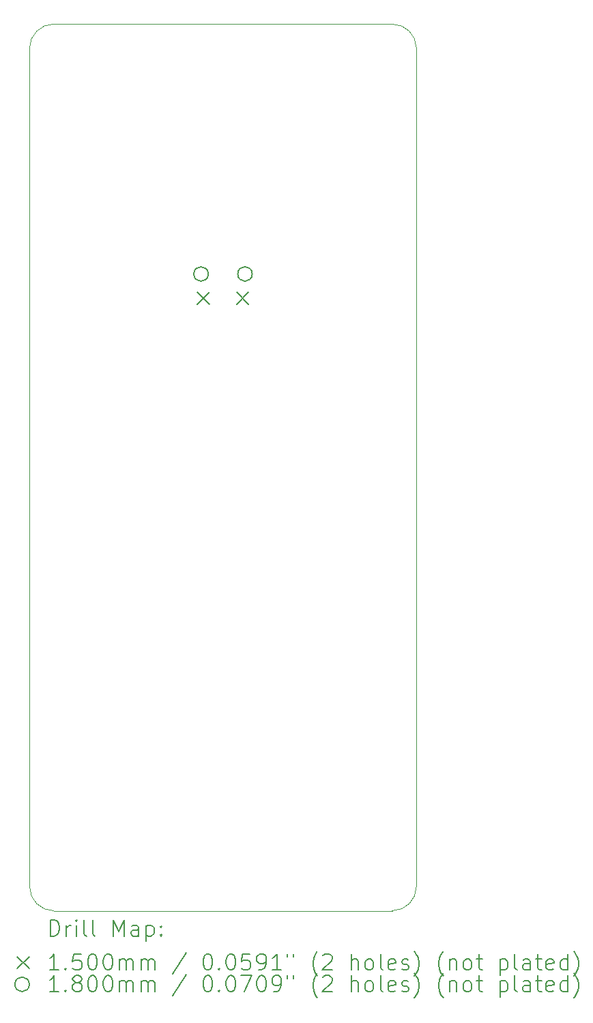
<source format=gbr>
%TF.GenerationSoftware,KiCad,Pcbnew,8.0.6*%
%TF.CreationDate,2024-12-18T16:54:21-05:00*%
%TF.ProjectId,hexapod,68657861-706f-4642-9e6b-696361645f70,rev?*%
%TF.SameCoordinates,Original*%
%TF.FileFunction,Drillmap*%
%TF.FilePolarity,Positive*%
%FSLAX45Y45*%
G04 Gerber Fmt 4.5, Leading zero omitted, Abs format (unit mm)*
G04 Created by KiCad (PCBNEW 8.0.6) date 2024-12-18 16:54:21*
%MOMM*%
%LPD*%
G01*
G04 APERTURE LIST*
%ADD10C,0.050000*%
%ADD11C,0.200000*%
%ADD12C,0.150000*%
%ADD13C,0.180000*%
G04 APERTURE END LIST*
D10*
X12400000Y-15200000D02*
G75*
G02*
X12100000Y-15500000I-300000J0D01*
G01*
X7900000Y-4500000D02*
X12100000Y-4500000D01*
X12400000Y-4800000D02*
X12400000Y-15200000D01*
X12100000Y-4500000D02*
G75*
G02*
X12400000Y-4800000I0J-300000D01*
G01*
X7900000Y-15500000D02*
G75*
G02*
X7600000Y-15200000I0J300000D01*
G01*
X7600000Y-4800000D02*
G75*
G02*
X7900000Y-4500000I300000J0D01*
G01*
X7600000Y-15200000D02*
X7600000Y-4800000D01*
X12100000Y-15500000D02*
X7900000Y-15500000D01*
D11*
D12*
X9682500Y-7828000D02*
X9832500Y-7978000D01*
X9832500Y-7828000D02*
X9682500Y-7978000D01*
X10167500Y-7828000D02*
X10317500Y-7978000D01*
X10317500Y-7828000D02*
X10167500Y-7978000D01*
D13*
X9817500Y-7600000D02*
G75*
G02*
X9637500Y-7600000I-90000J0D01*
G01*
X9637500Y-7600000D02*
G75*
G02*
X9817500Y-7600000I90000J0D01*
G01*
X10362500Y-7600000D02*
G75*
G02*
X10182500Y-7600000I-90000J0D01*
G01*
X10182500Y-7600000D02*
G75*
G02*
X10362500Y-7600000I90000J0D01*
G01*
D11*
X7858277Y-15813984D02*
X7858277Y-15613984D01*
X7858277Y-15613984D02*
X7905896Y-15613984D01*
X7905896Y-15613984D02*
X7934467Y-15623508D01*
X7934467Y-15623508D02*
X7953515Y-15642555D01*
X7953515Y-15642555D02*
X7963039Y-15661603D01*
X7963039Y-15661603D02*
X7972562Y-15699698D01*
X7972562Y-15699698D02*
X7972562Y-15728269D01*
X7972562Y-15728269D02*
X7963039Y-15766365D01*
X7963039Y-15766365D02*
X7953515Y-15785412D01*
X7953515Y-15785412D02*
X7934467Y-15804460D01*
X7934467Y-15804460D02*
X7905896Y-15813984D01*
X7905896Y-15813984D02*
X7858277Y-15813984D01*
X8058277Y-15813984D02*
X8058277Y-15680650D01*
X8058277Y-15718746D02*
X8067801Y-15699698D01*
X8067801Y-15699698D02*
X8077324Y-15690174D01*
X8077324Y-15690174D02*
X8096372Y-15680650D01*
X8096372Y-15680650D02*
X8115420Y-15680650D01*
X8182086Y-15813984D02*
X8182086Y-15680650D01*
X8182086Y-15613984D02*
X8172562Y-15623508D01*
X8172562Y-15623508D02*
X8182086Y-15633031D01*
X8182086Y-15633031D02*
X8191610Y-15623508D01*
X8191610Y-15623508D02*
X8182086Y-15613984D01*
X8182086Y-15613984D02*
X8182086Y-15633031D01*
X8305896Y-15813984D02*
X8286848Y-15804460D01*
X8286848Y-15804460D02*
X8277324Y-15785412D01*
X8277324Y-15785412D02*
X8277324Y-15613984D01*
X8410658Y-15813984D02*
X8391610Y-15804460D01*
X8391610Y-15804460D02*
X8382086Y-15785412D01*
X8382086Y-15785412D02*
X8382086Y-15613984D01*
X8639229Y-15813984D02*
X8639229Y-15613984D01*
X8639229Y-15613984D02*
X8705896Y-15756841D01*
X8705896Y-15756841D02*
X8772563Y-15613984D01*
X8772563Y-15613984D02*
X8772563Y-15813984D01*
X8953515Y-15813984D02*
X8953515Y-15709222D01*
X8953515Y-15709222D02*
X8943991Y-15690174D01*
X8943991Y-15690174D02*
X8924944Y-15680650D01*
X8924944Y-15680650D02*
X8886848Y-15680650D01*
X8886848Y-15680650D02*
X8867801Y-15690174D01*
X8953515Y-15804460D02*
X8934467Y-15813984D01*
X8934467Y-15813984D02*
X8886848Y-15813984D01*
X8886848Y-15813984D02*
X8867801Y-15804460D01*
X8867801Y-15804460D02*
X8858277Y-15785412D01*
X8858277Y-15785412D02*
X8858277Y-15766365D01*
X8858277Y-15766365D02*
X8867801Y-15747317D01*
X8867801Y-15747317D02*
X8886848Y-15737793D01*
X8886848Y-15737793D02*
X8934467Y-15737793D01*
X8934467Y-15737793D02*
X8953515Y-15728269D01*
X9048753Y-15680650D02*
X9048753Y-15880650D01*
X9048753Y-15690174D02*
X9067801Y-15680650D01*
X9067801Y-15680650D02*
X9105896Y-15680650D01*
X9105896Y-15680650D02*
X9124944Y-15690174D01*
X9124944Y-15690174D02*
X9134467Y-15699698D01*
X9134467Y-15699698D02*
X9143991Y-15718746D01*
X9143991Y-15718746D02*
X9143991Y-15775888D01*
X9143991Y-15775888D02*
X9134467Y-15794936D01*
X9134467Y-15794936D02*
X9124944Y-15804460D01*
X9124944Y-15804460D02*
X9105896Y-15813984D01*
X9105896Y-15813984D02*
X9067801Y-15813984D01*
X9067801Y-15813984D02*
X9048753Y-15804460D01*
X9229705Y-15794936D02*
X9239229Y-15804460D01*
X9239229Y-15804460D02*
X9229705Y-15813984D01*
X9229705Y-15813984D02*
X9220182Y-15804460D01*
X9220182Y-15804460D02*
X9229705Y-15794936D01*
X9229705Y-15794936D02*
X9229705Y-15813984D01*
X9229705Y-15690174D02*
X9239229Y-15699698D01*
X9239229Y-15699698D02*
X9229705Y-15709222D01*
X9229705Y-15709222D02*
X9220182Y-15699698D01*
X9220182Y-15699698D02*
X9229705Y-15690174D01*
X9229705Y-15690174D02*
X9229705Y-15709222D01*
D12*
X7447500Y-16067500D02*
X7597500Y-16217500D01*
X7597500Y-16067500D02*
X7447500Y-16217500D01*
D11*
X7963039Y-16233984D02*
X7848753Y-16233984D01*
X7905896Y-16233984D02*
X7905896Y-16033984D01*
X7905896Y-16033984D02*
X7886848Y-16062555D01*
X7886848Y-16062555D02*
X7867801Y-16081603D01*
X7867801Y-16081603D02*
X7848753Y-16091127D01*
X8048753Y-16214936D02*
X8058277Y-16224460D01*
X8058277Y-16224460D02*
X8048753Y-16233984D01*
X8048753Y-16233984D02*
X8039229Y-16224460D01*
X8039229Y-16224460D02*
X8048753Y-16214936D01*
X8048753Y-16214936D02*
X8048753Y-16233984D01*
X8239229Y-16033984D02*
X8143991Y-16033984D01*
X8143991Y-16033984D02*
X8134467Y-16129222D01*
X8134467Y-16129222D02*
X8143991Y-16119698D01*
X8143991Y-16119698D02*
X8163039Y-16110174D01*
X8163039Y-16110174D02*
X8210658Y-16110174D01*
X8210658Y-16110174D02*
X8229705Y-16119698D01*
X8229705Y-16119698D02*
X8239229Y-16129222D01*
X8239229Y-16129222D02*
X8248753Y-16148269D01*
X8248753Y-16148269D02*
X8248753Y-16195888D01*
X8248753Y-16195888D02*
X8239229Y-16214936D01*
X8239229Y-16214936D02*
X8229705Y-16224460D01*
X8229705Y-16224460D02*
X8210658Y-16233984D01*
X8210658Y-16233984D02*
X8163039Y-16233984D01*
X8163039Y-16233984D02*
X8143991Y-16224460D01*
X8143991Y-16224460D02*
X8134467Y-16214936D01*
X8372562Y-16033984D02*
X8391610Y-16033984D01*
X8391610Y-16033984D02*
X8410658Y-16043508D01*
X8410658Y-16043508D02*
X8420182Y-16053031D01*
X8420182Y-16053031D02*
X8429705Y-16072079D01*
X8429705Y-16072079D02*
X8439229Y-16110174D01*
X8439229Y-16110174D02*
X8439229Y-16157793D01*
X8439229Y-16157793D02*
X8429705Y-16195888D01*
X8429705Y-16195888D02*
X8420182Y-16214936D01*
X8420182Y-16214936D02*
X8410658Y-16224460D01*
X8410658Y-16224460D02*
X8391610Y-16233984D01*
X8391610Y-16233984D02*
X8372562Y-16233984D01*
X8372562Y-16233984D02*
X8353515Y-16224460D01*
X8353515Y-16224460D02*
X8343991Y-16214936D01*
X8343991Y-16214936D02*
X8334467Y-16195888D01*
X8334467Y-16195888D02*
X8324943Y-16157793D01*
X8324943Y-16157793D02*
X8324943Y-16110174D01*
X8324943Y-16110174D02*
X8334467Y-16072079D01*
X8334467Y-16072079D02*
X8343991Y-16053031D01*
X8343991Y-16053031D02*
X8353515Y-16043508D01*
X8353515Y-16043508D02*
X8372562Y-16033984D01*
X8563039Y-16033984D02*
X8582086Y-16033984D01*
X8582086Y-16033984D02*
X8601134Y-16043508D01*
X8601134Y-16043508D02*
X8610658Y-16053031D01*
X8610658Y-16053031D02*
X8620182Y-16072079D01*
X8620182Y-16072079D02*
X8629705Y-16110174D01*
X8629705Y-16110174D02*
X8629705Y-16157793D01*
X8629705Y-16157793D02*
X8620182Y-16195888D01*
X8620182Y-16195888D02*
X8610658Y-16214936D01*
X8610658Y-16214936D02*
X8601134Y-16224460D01*
X8601134Y-16224460D02*
X8582086Y-16233984D01*
X8582086Y-16233984D02*
X8563039Y-16233984D01*
X8563039Y-16233984D02*
X8543991Y-16224460D01*
X8543991Y-16224460D02*
X8534467Y-16214936D01*
X8534467Y-16214936D02*
X8524944Y-16195888D01*
X8524944Y-16195888D02*
X8515420Y-16157793D01*
X8515420Y-16157793D02*
X8515420Y-16110174D01*
X8515420Y-16110174D02*
X8524944Y-16072079D01*
X8524944Y-16072079D02*
X8534467Y-16053031D01*
X8534467Y-16053031D02*
X8543991Y-16043508D01*
X8543991Y-16043508D02*
X8563039Y-16033984D01*
X8715420Y-16233984D02*
X8715420Y-16100650D01*
X8715420Y-16119698D02*
X8724944Y-16110174D01*
X8724944Y-16110174D02*
X8743991Y-16100650D01*
X8743991Y-16100650D02*
X8772563Y-16100650D01*
X8772563Y-16100650D02*
X8791610Y-16110174D01*
X8791610Y-16110174D02*
X8801134Y-16129222D01*
X8801134Y-16129222D02*
X8801134Y-16233984D01*
X8801134Y-16129222D02*
X8810658Y-16110174D01*
X8810658Y-16110174D02*
X8829705Y-16100650D01*
X8829705Y-16100650D02*
X8858277Y-16100650D01*
X8858277Y-16100650D02*
X8877325Y-16110174D01*
X8877325Y-16110174D02*
X8886848Y-16129222D01*
X8886848Y-16129222D02*
X8886848Y-16233984D01*
X8982086Y-16233984D02*
X8982086Y-16100650D01*
X8982086Y-16119698D02*
X8991610Y-16110174D01*
X8991610Y-16110174D02*
X9010658Y-16100650D01*
X9010658Y-16100650D02*
X9039229Y-16100650D01*
X9039229Y-16100650D02*
X9058277Y-16110174D01*
X9058277Y-16110174D02*
X9067801Y-16129222D01*
X9067801Y-16129222D02*
X9067801Y-16233984D01*
X9067801Y-16129222D02*
X9077325Y-16110174D01*
X9077325Y-16110174D02*
X9096372Y-16100650D01*
X9096372Y-16100650D02*
X9124944Y-16100650D01*
X9124944Y-16100650D02*
X9143991Y-16110174D01*
X9143991Y-16110174D02*
X9153515Y-16129222D01*
X9153515Y-16129222D02*
X9153515Y-16233984D01*
X9543991Y-16024460D02*
X9372563Y-16281603D01*
X9801134Y-16033984D02*
X9820182Y-16033984D01*
X9820182Y-16033984D02*
X9839229Y-16043508D01*
X9839229Y-16043508D02*
X9848753Y-16053031D01*
X9848753Y-16053031D02*
X9858277Y-16072079D01*
X9858277Y-16072079D02*
X9867801Y-16110174D01*
X9867801Y-16110174D02*
X9867801Y-16157793D01*
X9867801Y-16157793D02*
X9858277Y-16195888D01*
X9858277Y-16195888D02*
X9848753Y-16214936D01*
X9848753Y-16214936D02*
X9839229Y-16224460D01*
X9839229Y-16224460D02*
X9820182Y-16233984D01*
X9820182Y-16233984D02*
X9801134Y-16233984D01*
X9801134Y-16233984D02*
X9782087Y-16224460D01*
X9782087Y-16224460D02*
X9772563Y-16214936D01*
X9772563Y-16214936D02*
X9763039Y-16195888D01*
X9763039Y-16195888D02*
X9753515Y-16157793D01*
X9753515Y-16157793D02*
X9753515Y-16110174D01*
X9753515Y-16110174D02*
X9763039Y-16072079D01*
X9763039Y-16072079D02*
X9772563Y-16053031D01*
X9772563Y-16053031D02*
X9782087Y-16043508D01*
X9782087Y-16043508D02*
X9801134Y-16033984D01*
X9953515Y-16214936D02*
X9963039Y-16224460D01*
X9963039Y-16224460D02*
X9953515Y-16233984D01*
X9953515Y-16233984D02*
X9943991Y-16224460D01*
X9943991Y-16224460D02*
X9953515Y-16214936D01*
X9953515Y-16214936D02*
X9953515Y-16233984D01*
X10086848Y-16033984D02*
X10105896Y-16033984D01*
X10105896Y-16033984D02*
X10124944Y-16043508D01*
X10124944Y-16043508D02*
X10134468Y-16053031D01*
X10134468Y-16053031D02*
X10143991Y-16072079D01*
X10143991Y-16072079D02*
X10153515Y-16110174D01*
X10153515Y-16110174D02*
X10153515Y-16157793D01*
X10153515Y-16157793D02*
X10143991Y-16195888D01*
X10143991Y-16195888D02*
X10134468Y-16214936D01*
X10134468Y-16214936D02*
X10124944Y-16224460D01*
X10124944Y-16224460D02*
X10105896Y-16233984D01*
X10105896Y-16233984D02*
X10086848Y-16233984D01*
X10086848Y-16233984D02*
X10067801Y-16224460D01*
X10067801Y-16224460D02*
X10058277Y-16214936D01*
X10058277Y-16214936D02*
X10048753Y-16195888D01*
X10048753Y-16195888D02*
X10039229Y-16157793D01*
X10039229Y-16157793D02*
X10039229Y-16110174D01*
X10039229Y-16110174D02*
X10048753Y-16072079D01*
X10048753Y-16072079D02*
X10058277Y-16053031D01*
X10058277Y-16053031D02*
X10067801Y-16043508D01*
X10067801Y-16043508D02*
X10086848Y-16033984D01*
X10334468Y-16033984D02*
X10239229Y-16033984D01*
X10239229Y-16033984D02*
X10229706Y-16129222D01*
X10229706Y-16129222D02*
X10239229Y-16119698D01*
X10239229Y-16119698D02*
X10258277Y-16110174D01*
X10258277Y-16110174D02*
X10305896Y-16110174D01*
X10305896Y-16110174D02*
X10324944Y-16119698D01*
X10324944Y-16119698D02*
X10334468Y-16129222D01*
X10334468Y-16129222D02*
X10343991Y-16148269D01*
X10343991Y-16148269D02*
X10343991Y-16195888D01*
X10343991Y-16195888D02*
X10334468Y-16214936D01*
X10334468Y-16214936D02*
X10324944Y-16224460D01*
X10324944Y-16224460D02*
X10305896Y-16233984D01*
X10305896Y-16233984D02*
X10258277Y-16233984D01*
X10258277Y-16233984D02*
X10239229Y-16224460D01*
X10239229Y-16224460D02*
X10229706Y-16214936D01*
X10439229Y-16233984D02*
X10477325Y-16233984D01*
X10477325Y-16233984D02*
X10496372Y-16224460D01*
X10496372Y-16224460D02*
X10505896Y-16214936D01*
X10505896Y-16214936D02*
X10524944Y-16186365D01*
X10524944Y-16186365D02*
X10534468Y-16148269D01*
X10534468Y-16148269D02*
X10534468Y-16072079D01*
X10534468Y-16072079D02*
X10524944Y-16053031D01*
X10524944Y-16053031D02*
X10515420Y-16043508D01*
X10515420Y-16043508D02*
X10496372Y-16033984D01*
X10496372Y-16033984D02*
X10458277Y-16033984D01*
X10458277Y-16033984D02*
X10439229Y-16043508D01*
X10439229Y-16043508D02*
X10429706Y-16053031D01*
X10429706Y-16053031D02*
X10420182Y-16072079D01*
X10420182Y-16072079D02*
X10420182Y-16119698D01*
X10420182Y-16119698D02*
X10429706Y-16138746D01*
X10429706Y-16138746D02*
X10439229Y-16148269D01*
X10439229Y-16148269D02*
X10458277Y-16157793D01*
X10458277Y-16157793D02*
X10496372Y-16157793D01*
X10496372Y-16157793D02*
X10515420Y-16148269D01*
X10515420Y-16148269D02*
X10524944Y-16138746D01*
X10524944Y-16138746D02*
X10534468Y-16119698D01*
X10724944Y-16233984D02*
X10610658Y-16233984D01*
X10667801Y-16233984D02*
X10667801Y-16033984D01*
X10667801Y-16033984D02*
X10648753Y-16062555D01*
X10648753Y-16062555D02*
X10629706Y-16081603D01*
X10629706Y-16081603D02*
X10610658Y-16091127D01*
X10801134Y-16033984D02*
X10801134Y-16072079D01*
X10877325Y-16033984D02*
X10877325Y-16072079D01*
X11172563Y-16310174D02*
X11163039Y-16300650D01*
X11163039Y-16300650D02*
X11143991Y-16272079D01*
X11143991Y-16272079D02*
X11134468Y-16253031D01*
X11134468Y-16253031D02*
X11124944Y-16224460D01*
X11124944Y-16224460D02*
X11115420Y-16176841D01*
X11115420Y-16176841D02*
X11115420Y-16138746D01*
X11115420Y-16138746D02*
X11124944Y-16091127D01*
X11124944Y-16091127D02*
X11134468Y-16062555D01*
X11134468Y-16062555D02*
X11143991Y-16043508D01*
X11143991Y-16043508D02*
X11163039Y-16014936D01*
X11163039Y-16014936D02*
X11172563Y-16005412D01*
X11239229Y-16053031D02*
X11248753Y-16043508D01*
X11248753Y-16043508D02*
X11267801Y-16033984D01*
X11267801Y-16033984D02*
X11315420Y-16033984D01*
X11315420Y-16033984D02*
X11334468Y-16043508D01*
X11334468Y-16043508D02*
X11343991Y-16053031D01*
X11343991Y-16053031D02*
X11353515Y-16072079D01*
X11353515Y-16072079D02*
X11353515Y-16091127D01*
X11353515Y-16091127D02*
X11343991Y-16119698D01*
X11343991Y-16119698D02*
X11229706Y-16233984D01*
X11229706Y-16233984D02*
X11353515Y-16233984D01*
X11591610Y-16233984D02*
X11591610Y-16033984D01*
X11677325Y-16233984D02*
X11677325Y-16129222D01*
X11677325Y-16129222D02*
X11667801Y-16110174D01*
X11667801Y-16110174D02*
X11648753Y-16100650D01*
X11648753Y-16100650D02*
X11620182Y-16100650D01*
X11620182Y-16100650D02*
X11601134Y-16110174D01*
X11601134Y-16110174D02*
X11591610Y-16119698D01*
X11801134Y-16233984D02*
X11782087Y-16224460D01*
X11782087Y-16224460D02*
X11772563Y-16214936D01*
X11772563Y-16214936D02*
X11763039Y-16195888D01*
X11763039Y-16195888D02*
X11763039Y-16138746D01*
X11763039Y-16138746D02*
X11772563Y-16119698D01*
X11772563Y-16119698D02*
X11782087Y-16110174D01*
X11782087Y-16110174D02*
X11801134Y-16100650D01*
X11801134Y-16100650D02*
X11829706Y-16100650D01*
X11829706Y-16100650D02*
X11848753Y-16110174D01*
X11848753Y-16110174D02*
X11858277Y-16119698D01*
X11858277Y-16119698D02*
X11867801Y-16138746D01*
X11867801Y-16138746D02*
X11867801Y-16195888D01*
X11867801Y-16195888D02*
X11858277Y-16214936D01*
X11858277Y-16214936D02*
X11848753Y-16224460D01*
X11848753Y-16224460D02*
X11829706Y-16233984D01*
X11829706Y-16233984D02*
X11801134Y-16233984D01*
X11982087Y-16233984D02*
X11963039Y-16224460D01*
X11963039Y-16224460D02*
X11953515Y-16205412D01*
X11953515Y-16205412D02*
X11953515Y-16033984D01*
X12134468Y-16224460D02*
X12115420Y-16233984D01*
X12115420Y-16233984D02*
X12077325Y-16233984D01*
X12077325Y-16233984D02*
X12058277Y-16224460D01*
X12058277Y-16224460D02*
X12048753Y-16205412D01*
X12048753Y-16205412D02*
X12048753Y-16129222D01*
X12048753Y-16129222D02*
X12058277Y-16110174D01*
X12058277Y-16110174D02*
X12077325Y-16100650D01*
X12077325Y-16100650D02*
X12115420Y-16100650D01*
X12115420Y-16100650D02*
X12134468Y-16110174D01*
X12134468Y-16110174D02*
X12143991Y-16129222D01*
X12143991Y-16129222D02*
X12143991Y-16148269D01*
X12143991Y-16148269D02*
X12048753Y-16167317D01*
X12220182Y-16224460D02*
X12239230Y-16233984D01*
X12239230Y-16233984D02*
X12277325Y-16233984D01*
X12277325Y-16233984D02*
X12296372Y-16224460D01*
X12296372Y-16224460D02*
X12305896Y-16205412D01*
X12305896Y-16205412D02*
X12305896Y-16195888D01*
X12305896Y-16195888D02*
X12296372Y-16176841D01*
X12296372Y-16176841D02*
X12277325Y-16167317D01*
X12277325Y-16167317D02*
X12248753Y-16167317D01*
X12248753Y-16167317D02*
X12229706Y-16157793D01*
X12229706Y-16157793D02*
X12220182Y-16138746D01*
X12220182Y-16138746D02*
X12220182Y-16129222D01*
X12220182Y-16129222D02*
X12229706Y-16110174D01*
X12229706Y-16110174D02*
X12248753Y-16100650D01*
X12248753Y-16100650D02*
X12277325Y-16100650D01*
X12277325Y-16100650D02*
X12296372Y-16110174D01*
X12372563Y-16310174D02*
X12382087Y-16300650D01*
X12382087Y-16300650D02*
X12401134Y-16272079D01*
X12401134Y-16272079D02*
X12410658Y-16253031D01*
X12410658Y-16253031D02*
X12420182Y-16224460D01*
X12420182Y-16224460D02*
X12429706Y-16176841D01*
X12429706Y-16176841D02*
X12429706Y-16138746D01*
X12429706Y-16138746D02*
X12420182Y-16091127D01*
X12420182Y-16091127D02*
X12410658Y-16062555D01*
X12410658Y-16062555D02*
X12401134Y-16043508D01*
X12401134Y-16043508D02*
X12382087Y-16014936D01*
X12382087Y-16014936D02*
X12372563Y-16005412D01*
X12734468Y-16310174D02*
X12724944Y-16300650D01*
X12724944Y-16300650D02*
X12705896Y-16272079D01*
X12705896Y-16272079D02*
X12696372Y-16253031D01*
X12696372Y-16253031D02*
X12686849Y-16224460D01*
X12686849Y-16224460D02*
X12677325Y-16176841D01*
X12677325Y-16176841D02*
X12677325Y-16138746D01*
X12677325Y-16138746D02*
X12686849Y-16091127D01*
X12686849Y-16091127D02*
X12696372Y-16062555D01*
X12696372Y-16062555D02*
X12705896Y-16043508D01*
X12705896Y-16043508D02*
X12724944Y-16014936D01*
X12724944Y-16014936D02*
X12734468Y-16005412D01*
X12810658Y-16100650D02*
X12810658Y-16233984D01*
X12810658Y-16119698D02*
X12820182Y-16110174D01*
X12820182Y-16110174D02*
X12839230Y-16100650D01*
X12839230Y-16100650D02*
X12867801Y-16100650D01*
X12867801Y-16100650D02*
X12886849Y-16110174D01*
X12886849Y-16110174D02*
X12896372Y-16129222D01*
X12896372Y-16129222D02*
X12896372Y-16233984D01*
X13020182Y-16233984D02*
X13001134Y-16224460D01*
X13001134Y-16224460D02*
X12991611Y-16214936D01*
X12991611Y-16214936D02*
X12982087Y-16195888D01*
X12982087Y-16195888D02*
X12982087Y-16138746D01*
X12982087Y-16138746D02*
X12991611Y-16119698D01*
X12991611Y-16119698D02*
X13001134Y-16110174D01*
X13001134Y-16110174D02*
X13020182Y-16100650D01*
X13020182Y-16100650D02*
X13048753Y-16100650D01*
X13048753Y-16100650D02*
X13067801Y-16110174D01*
X13067801Y-16110174D02*
X13077325Y-16119698D01*
X13077325Y-16119698D02*
X13086849Y-16138746D01*
X13086849Y-16138746D02*
X13086849Y-16195888D01*
X13086849Y-16195888D02*
X13077325Y-16214936D01*
X13077325Y-16214936D02*
X13067801Y-16224460D01*
X13067801Y-16224460D02*
X13048753Y-16233984D01*
X13048753Y-16233984D02*
X13020182Y-16233984D01*
X13143992Y-16100650D02*
X13220182Y-16100650D01*
X13172563Y-16033984D02*
X13172563Y-16205412D01*
X13172563Y-16205412D02*
X13182087Y-16224460D01*
X13182087Y-16224460D02*
X13201134Y-16233984D01*
X13201134Y-16233984D02*
X13220182Y-16233984D01*
X13439230Y-16100650D02*
X13439230Y-16300650D01*
X13439230Y-16110174D02*
X13458277Y-16100650D01*
X13458277Y-16100650D02*
X13496373Y-16100650D01*
X13496373Y-16100650D02*
X13515420Y-16110174D01*
X13515420Y-16110174D02*
X13524944Y-16119698D01*
X13524944Y-16119698D02*
X13534468Y-16138746D01*
X13534468Y-16138746D02*
X13534468Y-16195888D01*
X13534468Y-16195888D02*
X13524944Y-16214936D01*
X13524944Y-16214936D02*
X13515420Y-16224460D01*
X13515420Y-16224460D02*
X13496373Y-16233984D01*
X13496373Y-16233984D02*
X13458277Y-16233984D01*
X13458277Y-16233984D02*
X13439230Y-16224460D01*
X13648753Y-16233984D02*
X13629706Y-16224460D01*
X13629706Y-16224460D02*
X13620182Y-16205412D01*
X13620182Y-16205412D02*
X13620182Y-16033984D01*
X13810658Y-16233984D02*
X13810658Y-16129222D01*
X13810658Y-16129222D02*
X13801134Y-16110174D01*
X13801134Y-16110174D02*
X13782087Y-16100650D01*
X13782087Y-16100650D02*
X13743992Y-16100650D01*
X13743992Y-16100650D02*
X13724944Y-16110174D01*
X13810658Y-16224460D02*
X13791611Y-16233984D01*
X13791611Y-16233984D02*
X13743992Y-16233984D01*
X13743992Y-16233984D02*
X13724944Y-16224460D01*
X13724944Y-16224460D02*
X13715420Y-16205412D01*
X13715420Y-16205412D02*
X13715420Y-16186365D01*
X13715420Y-16186365D02*
X13724944Y-16167317D01*
X13724944Y-16167317D02*
X13743992Y-16157793D01*
X13743992Y-16157793D02*
X13791611Y-16157793D01*
X13791611Y-16157793D02*
X13810658Y-16148269D01*
X13877325Y-16100650D02*
X13953515Y-16100650D01*
X13905896Y-16033984D02*
X13905896Y-16205412D01*
X13905896Y-16205412D02*
X13915420Y-16224460D01*
X13915420Y-16224460D02*
X13934468Y-16233984D01*
X13934468Y-16233984D02*
X13953515Y-16233984D01*
X14096373Y-16224460D02*
X14077325Y-16233984D01*
X14077325Y-16233984D02*
X14039230Y-16233984D01*
X14039230Y-16233984D02*
X14020182Y-16224460D01*
X14020182Y-16224460D02*
X14010658Y-16205412D01*
X14010658Y-16205412D02*
X14010658Y-16129222D01*
X14010658Y-16129222D02*
X14020182Y-16110174D01*
X14020182Y-16110174D02*
X14039230Y-16100650D01*
X14039230Y-16100650D02*
X14077325Y-16100650D01*
X14077325Y-16100650D02*
X14096373Y-16110174D01*
X14096373Y-16110174D02*
X14105896Y-16129222D01*
X14105896Y-16129222D02*
X14105896Y-16148269D01*
X14105896Y-16148269D02*
X14010658Y-16167317D01*
X14277325Y-16233984D02*
X14277325Y-16033984D01*
X14277325Y-16224460D02*
X14258277Y-16233984D01*
X14258277Y-16233984D02*
X14220182Y-16233984D01*
X14220182Y-16233984D02*
X14201134Y-16224460D01*
X14201134Y-16224460D02*
X14191611Y-16214936D01*
X14191611Y-16214936D02*
X14182087Y-16195888D01*
X14182087Y-16195888D02*
X14182087Y-16138746D01*
X14182087Y-16138746D02*
X14191611Y-16119698D01*
X14191611Y-16119698D02*
X14201134Y-16110174D01*
X14201134Y-16110174D02*
X14220182Y-16100650D01*
X14220182Y-16100650D02*
X14258277Y-16100650D01*
X14258277Y-16100650D02*
X14277325Y-16110174D01*
X14353515Y-16310174D02*
X14363039Y-16300650D01*
X14363039Y-16300650D02*
X14382087Y-16272079D01*
X14382087Y-16272079D02*
X14391611Y-16253031D01*
X14391611Y-16253031D02*
X14401134Y-16224460D01*
X14401134Y-16224460D02*
X14410658Y-16176841D01*
X14410658Y-16176841D02*
X14410658Y-16138746D01*
X14410658Y-16138746D02*
X14401134Y-16091127D01*
X14401134Y-16091127D02*
X14391611Y-16062555D01*
X14391611Y-16062555D02*
X14382087Y-16043508D01*
X14382087Y-16043508D02*
X14363039Y-16014936D01*
X14363039Y-16014936D02*
X14353515Y-16005412D01*
D13*
X7597500Y-16412500D02*
G75*
G02*
X7417500Y-16412500I-90000J0D01*
G01*
X7417500Y-16412500D02*
G75*
G02*
X7597500Y-16412500I90000J0D01*
G01*
D11*
X7963039Y-16503984D02*
X7848753Y-16503984D01*
X7905896Y-16503984D02*
X7905896Y-16303984D01*
X7905896Y-16303984D02*
X7886848Y-16332555D01*
X7886848Y-16332555D02*
X7867801Y-16351603D01*
X7867801Y-16351603D02*
X7848753Y-16361127D01*
X8048753Y-16484936D02*
X8058277Y-16494460D01*
X8058277Y-16494460D02*
X8048753Y-16503984D01*
X8048753Y-16503984D02*
X8039229Y-16494460D01*
X8039229Y-16494460D02*
X8048753Y-16484936D01*
X8048753Y-16484936D02*
X8048753Y-16503984D01*
X8172562Y-16389698D02*
X8153515Y-16380174D01*
X8153515Y-16380174D02*
X8143991Y-16370650D01*
X8143991Y-16370650D02*
X8134467Y-16351603D01*
X8134467Y-16351603D02*
X8134467Y-16342079D01*
X8134467Y-16342079D02*
X8143991Y-16323031D01*
X8143991Y-16323031D02*
X8153515Y-16313508D01*
X8153515Y-16313508D02*
X8172562Y-16303984D01*
X8172562Y-16303984D02*
X8210658Y-16303984D01*
X8210658Y-16303984D02*
X8229705Y-16313508D01*
X8229705Y-16313508D02*
X8239229Y-16323031D01*
X8239229Y-16323031D02*
X8248753Y-16342079D01*
X8248753Y-16342079D02*
X8248753Y-16351603D01*
X8248753Y-16351603D02*
X8239229Y-16370650D01*
X8239229Y-16370650D02*
X8229705Y-16380174D01*
X8229705Y-16380174D02*
X8210658Y-16389698D01*
X8210658Y-16389698D02*
X8172562Y-16389698D01*
X8172562Y-16389698D02*
X8153515Y-16399222D01*
X8153515Y-16399222D02*
X8143991Y-16408746D01*
X8143991Y-16408746D02*
X8134467Y-16427793D01*
X8134467Y-16427793D02*
X8134467Y-16465888D01*
X8134467Y-16465888D02*
X8143991Y-16484936D01*
X8143991Y-16484936D02*
X8153515Y-16494460D01*
X8153515Y-16494460D02*
X8172562Y-16503984D01*
X8172562Y-16503984D02*
X8210658Y-16503984D01*
X8210658Y-16503984D02*
X8229705Y-16494460D01*
X8229705Y-16494460D02*
X8239229Y-16484936D01*
X8239229Y-16484936D02*
X8248753Y-16465888D01*
X8248753Y-16465888D02*
X8248753Y-16427793D01*
X8248753Y-16427793D02*
X8239229Y-16408746D01*
X8239229Y-16408746D02*
X8229705Y-16399222D01*
X8229705Y-16399222D02*
X8210658Y-16389698D01*
X8372562Y-16303984D02*
X8391610Y-16303984D01*
X8391610Y-16303984D02*
X8410658Y-16313508D01*
X8410658Y-16313508D02*
X8420182Y-16323031D01*
X8420182Y-16323031D02*
X8429705Y-16342079D01*
X8429705Y-16342079D02*
X8439229Y-16380174D01*
X8439229Y-16380174D02*
X8439229Y-16427793D01*
X8439229Y-16427793D02*
X8429705Y-16465888D01*
X8429705Y-16465888D02*
X8420182Y-16484936D01*
X8420182Y-16484936D02*
X8410658Y-16494460D01*
X8410658Y-16494460D02*
X8391610Y-16503984D01*
X8391610Y-16503984D02*
X8372562Y-16503984D01*
X8372562Y-16503984D02*
X8353515Y-16494460D01*
X8353515Y-16494460D02*
X8343991Y-16484936D01*
X8343991Y-16484936D02*
X8334467Y-16465888D01*
X8334467Y-16465888D02*
X8324943Y-16427793D01*
X8324943Y-16427793D02*
X8324943Y-16380174D01*
X8324943Y-16380174D02*
X8334467Y-16342079D01*
X8334467Y-16342079D02*
X8343991Y-16323031D01*
X8343991Y-16323031D02*
X8353515Y-16313508D01*
X8353515Y-16313508D02*
X8372562Y-16303984D01*
X8563039Y-16303984D02*
X8582086Y-16303984D01*
X8582086Y-16303984D02*
X8601134Y-16313508D01*
X8601134Y-16313508D02*
X8610658Y-16323031D01*
X8610658Y-16323031D02*
X8620182Y-16342079D01*
X8620182Y-16342079D02*
X8629705Y-16380174D01*
X8629705Y-16380174D02*
X8629705Y-16427793D01*
X8629705Y-16427793D02*
X8620182Y-16465888D01*
X8620182Y-16465888D02*
X8610658Y-16484936D01*
X8610658Y-16484936D02*
X8601134Y-16494460D01*
X8601134Y-16494460D02*
X8582086Y-16503984D01*
X8582086Y-16503984D02*
X8563039Y-16503984D01*
X8563039Y-16503984D02*
X8543991Y-16494460D01*
X8543991Y-16494460D02*
X8534467Y-16484936D01*
X8534467Y-16484936D02*
X8524944Y-16465888D01*
X8524944Y-16465888D02*
X8515420Y-16427793D01*
X8515420Y-16427793D02*
X8515420Y-16380174D01*
X8515420Y-16380174D02*
X8524944Y-16342079D01*
X8524944Y-16342079D02*
X8534467Y-16323031D01*
X8534467Y-16323031D02*
X8543991Y-16313508D01*
X8543991Y-16313508D02*
X8563039Y-16303984D01*
X8715420Y-16503984D02*
X8715420Y-16370650D01*
X8715420Y-16389698D02*
X8724944Y-16380174D01*
X8724944Y-16380174D02*
X8743991Y-16370650D01*
X8743991Y-16370650D02*
X8772563Y-16370650D01*
X8772563Y-16370650D02*
X8791610Y-16380174D01*
X8791610Y-16380174D02*
X8801134Y-16399222D01*
X8801134Y-16399222D02*
X8801134Y-16503984D01*
X8801134Y-16399222D02*
X8810658Y-16380174D01*
X8810658Y-16380174D02*
X8829705Y-16370650D01*
X8829705Y-16370650D02*
X8858277Y-16370650D01*
X8858277Y-16370650D02*
X8877325Y-16380174D01*
X8877325Y-16380174D02*
X8886848Y-16399222D01*
X8886848Y-16399222D02*
X8886848Y-16503984D01*
X8982086Y-16503984D02*
X8982086Y-16370650D01*
X8982086Y-16389698D02*
X8991610Y-16380174D01*
X8991610Y-16380174D02*
X9010658Y-16370650D01*
X9010658Y-16370650D02*
X9039229Y-16370650D01*
X9039229Y-16370650D02*
X9058277Y-16380174D01*
X9058277Y-16380174D02*
X9067801Y-16399222D01*
X9067801Y-16399222D02*
X9067801Y-16503984D01*
X9067801Y-16399222D02*
X9077325Y-16380174D01*
X9077325Y-16380174D02*
X9096372Y-16370650D01*
X9096372Y-16370650D02*
X9124944Y-16370650D01*
X9124944Y-16370650D02*
X9143991Y-16380174D01*
X9143991Y-16380174D02*
X9153515Y-16399222D01*
X9153515Y-16399222D02*
X9153515Y-16503984D01*
X9543991Y-16294460D02*
X9372563Y-16551603D01*
X9801134Y-16303984D02*
X9820182Y-16303984D01*
X9820182Y-16303984D02*
X9839229Y-16313508D01*
X9839229Y-16313508D02*
X9848753Y-16323031D01*
X9848753Y-16323031D02*
X9858277Y-16342079D01*
X9858277Y-16342079D02*
X9867801Y-16380174D01*
X9867801Y-16380174D02*
X9867801Y-16427793D01*
X9867801Y-16427793D02*
X9858277Y-16465888D01*
X9858277Y-16465888D02*
X9848753Y-16484936D01*
X9848753Y-16484936D02*
X9839229Y-16494460D01*
X9839229Y-16494460D02*
X9820182Y-16503984D01*
X9820182Y-16503984D02*
X9801134Y-16503984D01*
X9801134Y-16503984D02*
X9782087Y-16494460D01*
X9782087Y-16494460D02*
X9772563Y-16484936D01*
X9772563Y-16484936D02*
X9763039Y-16465888D01*
X9763039Y-16465888D02*
X9753515Y-16427793D01*
X9753515Y-16427793D02*
X9753515Y-16380174D01*
X9753515Y-16380174D02*
X9763039Y-16342079D01*
X9763039Y-16342079D02*
X9772563Y-16323031D01*
X9772563Y-16323031D02*
X9782087Y-16313508D01*
X9782087Y-16313508D02*
X9801134Y-16303984D01*
X9953515Y-16484936D02*
X9963039Y-16494460D01*
X9963039Y-16494460D02*
X9953515Y-16503984D01*
X9953515Y-16503984D02*
X9943991Y-16494460D01*
X9943991Y-16494460D02*
X9953515Y-16484936D01*
X9953515Y-16484936D02*
X9953515Y-16503984D01*
X10086848Y-16303984D02*
X10105896Y-16303984D01*
X10105896Y-16303984D02*
X10124944Y-16313508D01*
X10124944Y-16313508D02*
X10134468Y-16323031D01*
X10134468Y-16323031D02*
X10143991Y-16342079D01*
X10143991Y-16342079D02*
X10153515Y-16380174D01*
X10153515Y-16380174D02*
X10153515Y-16427793D01*
X10153515Y-16427793D02*
X10143991Y-16465888D01*
X10143991Y-16465888D02*
X10134468Y-16484936D01*
X10134468Y-16484936D02*
X10124944Y-16494460D01*
X10124944Y-16494460D02*
X10105896Y-16503984D01*
X10105896Y-16503984D02*
X10086848Y-16503984D01*
X10086848Y-16503984D02*
X10067801Y-16494460D01*
X10067801Y-16494460D02*
X10058277Y-16484936D01*
X10058277Y-16484936D02*
X10048753Y-16465888D01*
X10048753Y-16465888D02*
X10039229Y-16427793D01*
X10039229Y-16427793D02*
X10039229Y-16380174D01*
X10039229Y-16380174D02*
X10048753Y-16342079D01*
X10048753Y-16342079D02*
X10058277Y-16323031D01*
X10058277Y-16323031D02*
X10067801Y-16313508D01*
X10067801Y-16313508D02*
X10086848Y-16303984D01*
X10220182Y-16303984D02*
X10353515Y-16303984D01*
X10353515Y-16303984D02*
X10267801Y-16503984D01*
X10467801Y-16303984D02*
X10486849Y-16303984D01*
X10486849Y-16303984D02*
X10505896Y-16313508D01*
X10505896Y-16313508D02*
X10515420Y-16323031D01*
X10515420Y-16323031D02*
X10524944Y-16342079D01*
X10524944Y-16342079D02*
X10534468Y-16380174D01*
X10534468Y-16380174D02*
X10534468Y-16427793D01*
X10534468Y-16427793D02*
X10524944Y-16465888D01*
X10524944Y-16465888D02*
X10515420Y-16484936D01*
X10515420Y-16484936D02*
X10505896Y-16494460D01*
X10505896Y-16494460D02*
X10486849Y-16503984D01*
X10486849Y-16503984D02*
X10467801Y-16503984D01*
X10467801Y-16503984D02*
X10448753Y-16494460D01*
X10448753Y-16494460D02*
X10439229Y-16484936D01*
X10439229Y-16484936D02*
X10429706Y-16465888D01*
X10429706Y-16465888D02*
X10420182Y-16427793D01*
X10420182Y-16427793D02*
X10420182Y-16380174D01*
X10420182Y-16380174D02*
X10429706Y-16342079D01*
X10429706Y-16342079D02*
X10439229Y-16323031D01*
X10439229Y-16323031D02*
X10448753Y-16313508D01*
X10448753Y-16313508D02*
X10467801Y-16303984D01*
X10629706Y-16503984D02*
X10667801Y-16503984D01*
X10667801Y-16503984D02*
X10686849Y-16494460D01*
X10686849Y-16494460D02*
X10696372Y-16484936D01*
X10696372Y-16484936D02*
X10715420Y-16456365D01*
X10715420Y-16456365D02*
X10724944Y-16418269D01*
X10724944Y-16418269D02*
X10724944Y-16342079D01*
X10724944Y-16342079D02*
X10715420Y-16323031D01*
X10715420Y-16323031D02*
X10705896Y-16313508D01*
X10705896Y-16313508D02*
X10686849Y-16303984D01*
X10686849Y-16303984D02*
X10648753Y-16303984D01*
X10648753Y-16303984D02*
X10629706Y-16313508D01*
X10629706Y-16313508D02*
X10620182Y-16323031D01*
X10620182Y-16323031D02*
X10610658Y-16342079D01*
X10610658Y-16342079D02*
X10610658Y-16389698D01*
X10610658Y-16389698D02*
X10620182Y-16408746D01*
X10620182Y-16408746D02*
X10629706Y-16418269D01*
X10629706Y-16418269D02*
X10648753Y-16427793D01*
X10648753Y-16427793D02*
X10686849Y-16427793D01*
X10686849Y-16427793D02*
X10705896Y-16418269D01*
X10705896Y-16418269D02*
X10715420Y-16408746D01*
X10715420Y-16408746D02*
X10724944Y-16389698D01*
X10801134Y-16303984D02*
X10801134Y-16342079D01*
X10877325Y-16303984D02*
X10877325Y-16342079D01*
X11172563Y-16580174D02*
X11163039Y-16570650D01*
X11163039Y-16570650D02*
X11143991Y-16542079D01*
X11143991Y-16542079D02*
X11134468Y-16523031D01*
X11134468Y-16523031D02*
X11124944Y-16494460D01*
X11124944Y-16494460D02*
X11115420Y-16446841D01*
X11115420Y-16446841D02*
X11115420Y-16408746D01*
X11115420Y-16408746D02*
X11124944Y-16361127D01*
X11124944Y-16361127D02*
X11134468Y-16332555D01*
X11134468Y-16332555D02*
X11143991Y-16313508D01*
X11143991Y-16313508D02*
X11163039Y-16284936D01*
X11163039Y-16284936D02*
X11172563Y-16275412D01*
X11239229Y-16323031D02*
X11248753Y-16313508D01*
X11248753Y-16313508D02*
X11267801Y-16303984D01*
X11267801Y-16303984D02*
X11315420Y-16303984D01*
X11315420Y-16303984D02*
X11334468Y-16313508D01*
X11334468Y-16313508D02*
X11343991Y-16323031D01*
X11343991Y-16323031D02*
X11353515Y-16342079D01*
X11353515Y-16342079D02*
X11353515Y-16361127D01*
X11353515Y-16361127D02*
X11343991Y-16389698D01*
X11343991Y-16389698D02*
X11229706Y-16503984D01*
X11229706Y-16503984D02*
X11353515Y-16503984D01*
X11591610Y-16503984D02*
X11591610Y-16303984D01*
X11677325Y-16503984D02*
X11677325Y-16399222D01*
X11677325Y-16399222D02*
X11667801Y-16380174D01*
X11667801Y-16380174D02*
X11648753Y-16370650D01*
X11648753Y-16370650D02*
X11620182Y-16370650D01*
X11620182Y-16370650D02*
X11601134Y-16380174D01*
X11601134Y-16380174D02*
X11591610Y-16389698D01*
X11801134Y-16503984D02*
X11782087Y-16494460D01*
X11782087Y-16494460D02*
X11772563Y-16484936D01*
X11772563Y-16484936D02*
X11763039Y-16465888D01*
X11763039Y-16465888D02*
X11763039Y-16408746D01*
X11763039Y-16408746D02*
X11772563Y-16389698D01*
X11772563Y-16389698D02*
X11782087Y-16380174D01*
X11782087Y-16380174D02*
X11801134Y-16370650D01*
X11801134Y-16370650D02*
X11829706Y-16370650D01*
X11829706Y-16370650D02*
X11848753Y-16380174D01*
X11848753Y-16380174D02*
X11858277Y-16389698D01*
X11858277Y-16389698D02*
X11867801Y-16408746D01*
X11867801Y-16408746D02*
X11867801Y-16465888D01*
X11867801Y-16465888D02*
X11858277Y-16484936D01*
X11858277Y-16484936D02*
X11848753Y-16494460D01*
X11848753Y-16494460D02*
X11829706Y-16503984D01*
X11829706Y-16503984D02*
X11801134Y-16503984D01*
X11982087Y-16503984D02*
X11963039Y-16494460D01*
X11963039Y-16494460D02*
X11953515Y-16475412D01*
X11953515Y-16475412D02*
X11953515Y-16303984D01*
X12134468Y-16494460D02*
X12115420Y-16503984D01*
X12115420Y-16503984D02*
X12077325Y-16503984D01*
X12077325Y-16503984D02*
X12058277Y-16494460D01*
X12058277Y-16494460D02*
X12048753Y-16475412D01*
X12048753Y-16475412D02*
X12048753Y-16399222D01*
X12048753Y-16399222D02*
X12058277Y-16380174D01*
X12058277Y-16380174D02*
X12077325Y-16370650D01*
X12077325Y-16370650D02*
X12115420Y-16370650D01*
X12115420Y-16370650D02*
X12134468Y-16380174D01*
X12134468Y-16380174D02*
X12143991Y-16399222D01*
X12143991Y-16399222D02*
X12143991Y-16418269D01*
X12143991Y-16418269D02*
X12048753Y-16437317D01*
X12220182Y-16494460D02*
X12239230Y-16503984D01*
X12239230Y-16503984D02*
X12277325Y-16503984D01*
X12277325Y-16503984D02*
X12296372Y-16494460D01*
X12296372Y-16494460D02*
X12305896Y-16475412D01*
X12305896Y-16475412D02*
X12305896Y-16465888D01*
X12305896Y-16465888D02*
X12296372Y-16446841D01*
X12296372Y-16446841D02*
X12277325Y-16437317D01*
X12277325Y-16437317D02*
X12248753Y-16437317D01*
X12248753Y-16437317D02*
X12229706Y-16427793D01*
X12229706Y-16427793D02*
X12220182Y-16408746D01*
X12220182Y-16408746D02*
X12220182Y-16399222D01*
X12220182Y-16399222D02*
X12229706Y-16380174D01*
X12229706Y-16380174D02*
X12248753Y-16370650D01*
X12248753Y-16370650D02*
X12277325Y-16370650D01*
X12277325Y-16370650D02*
X12296372Y-16380174D01*
X12372563Y-16580174D02*
X12382087Y-16570650D01*
X12382087Y-16570650D02*
X12401134Y-16542079D01*
X12401134Y-16542079D02*
X12410658Y-16523031D01*
X12410658Y-16523031D02*
X12420182Y-16494460D01*
X12420182Y-16494460D02*
X12429706Y-16446841D01*
X12429706Y-16446841D02*
X12429706Y-16408746D01*
X12429706Y-16408746D02*
X12420182Y-16361127D01*
X12420182Y-16361127D02*
X12410658Y-16332555D01*
X12410658Y-16332555D02*
X12401134Y-16313508D01*
X12401134Y-16313508D02*
X12382087Y-16284936D01*
X12382087Y-16284936D02*
X12372563Y-16275412D01*
X12734468Y-16580174D02*
X12724944Y-16570650D01*
X12724944Y-16570650D02*
X12705896Y-16542079D01*
X12705896Y-16542079D02*
X12696372Y-16523031D01*
X12696372Y-16523031D02*
X12686849Y-16494460D01*
X12686849Y-16494460D02*
X12677325Y-16446841D01*
X12677325Y-16446841D02*
X12677325Y-16408746D01*
X12677325Y-16408746D02*
X12686849Y-16361127D01*
X12686849Y-16361127D02*
X12696372Y-16332555D01*
X12696372Y-16332555D02*
X12705896Y-16313508D01*
X12705896Y-16313508D02*
X12724944Y-16284936D01*
X12724944Y-16284936D02*
X12734468Y-16275412D01*
X12810658Y-16370650D02*
X12810658Y-16503984D01*
X12810658Y-16389698D02*
X12820182Y-16380174D01*
X12820182Y-16380174D02*
X12839230Y-16370650D01*
X12839230Y-16370650D02*
X12867801Y-16370650D01*
X12867801Y-16370650D02*
X12886849Y-16380174D01*
X12886849Y-16380174D02*
X12896372Y-16399222D01*
X12896372Y-16399222D02*
X12896372Y-16503984D01*
X13020182Y-16503984D02*
X13001134Y-16494460D01*
X13001134Y-16494460D02*
X12991611Y-16484936D01*
X12991611Y-16484936D02*
X12982087Y-16465888D01*
X12982087Y-16465888D02*
X12982087Y-16408746D01*
X12982087Y-16408746D02*
X12991611Y-16389698D01*
X12991611Y-16389698D02*
X13001134Y-16380174D01*
X13001134Y-16380174D02*
X13020182Y-16370650D01*
X13020182Y-16370650D02*
X13048753Y-16370650D01*
X13048753Y-16370650D02*
X13067801Y-16380174D01*
X13067801Y-16380174D02*
X13077325Y-16389698D01*
X13077325Y-16389698D02*
X13086849Y-16408746D01*
X13086849Y-16408746D02*
X13086849Y-16465888D01*
X13086849Y-16465888D02*
X13077325Y-16484936D01*
X13077325Y-16484936D02*
X13067801Y-16494460D01*
X13067801Y-16494460D02*
X13048753Y-16503984D01*
X13048753Y-16503984D02*
X13020182Y-16503984D01*
X13143992Y-16370650D02*
X13220182Y-16370650D01*
X13172563Y-16303984D02*
X13172563Y-16475412D01*
X13172563Y-16475412D02*
X13182087Y-16494460D01*
X13182087Y-16494460D02*
X13201134Y-16503984D01*
X13201134Y-16503984D02*
X13220182Y-16503984D01*
X13439230Y-16370650D02*
X13439230Y-16570650D01*
X13439230Y-16380174D02*
X13458277Y-16370650D01*
X13458277Y-16370650D02*
X13496373Y-16370650D01*
X13496373Y-16370650D02*
X13515420Y-16380174D01*
X13515420Y-16380174D02*
X13524944Y-16389698D01*
X13524944Y-16389698D02*
X13534468Y-16408746D01*
X13534468Y-16408746D02*
X13534468Y-16465888D01*
X13534468Y-16465888D02*
X13524944Y-16484936D01*
X13524944Y-16484936D02*
X13515420Y-16494460D01*
X13515420Y-16494460D02*
X13496373Y-16503984D01*
X13496373Y-16503984D02*
X13458277Y-16503984D01*
X13458277Y-16503984D02*
X13439230Y-16494460D01*
X13648753Y-16503984D02*
X13629706Y-16494460D01*
X13629706Y-16494460D02*
X13620182Y-16475412D01*
X13620182Y-16475412D02*
X13620182Y-16303984D01*
X13810658Y-16503984D02*
X13810658Y-16399222D01*
X13810658Y-16399222D02*
X13801134Y-16380174D01*
X13801134Y-16380174D02*
X13782087Y-16370650D01*
X13782087Y-16370650D02*
X13743992Y-16370650D01*
X13743992Y-16370650D02*
X13724944Y-16380174D01*
X13810658Y-16494460D02*
X13791611Y-16503984D01*
X13791611Y-16503984D02*
X13743992Y-16503984D01*
X13743992Y-16503984D02*
X13724944Y-16494460D01*
X13724944Y-16494460D02*
X13715420Y-16475412D01*
X13715420Y-16475412D02*
X13715420Y-16456365D01*
X13715420Y-16456365D02*
X13724944Y-16437317D01*
X13724944Y-16437317D02*
X13743992Y-16427793D01*
X13743992Y-16427793D02*
X13791611Y-16427793D01*
X13791611Y-16427793D02*
X13810658Y-16418269D01*
X13877325Y-16370650D02*
X13953515Y-16370650D01*
X13905896Y-16303984D02*
X13905896Y-16475412D01*
X13905896Y-16475412D02*
X13915420Y-16494460D01*
X13915420Y-16494460D02*
X13934468Y-16503984D01*
X13934468Y-16503984D02*
X13953515Y-16503984D01*
X14096373Y-16494460D02*
X14077325Y-16503984D01*
X14077325Y-16503984D02*
X14039230Y-16503984D01*
X14039230Y-16503984D02*
X14020182Y-16494460D01*
X14020182Y-16494460D02*
X14010658Y-16475412D01*
X14010658Y-16475412D02*
X14010658Y-16399222D01*
X14010658Y-16399222D02*
X14020182Y-16380174D01*
X14020182Y-16380174D02*
X14039230Y-16370650D01*
X14039230Y-16370650D02*
X14077325Y-16370650D01*
X14077325Y-16370650D02*
X14096373Y-16380174D01*
X14096373Y-16380174D02*
X14105896Y-16399222D01*
X14105896Y-16399222D02*
X14105896Y-16418269D01*
X14105896Y-16418269D02*
X14010658Y-16437317D01*
X14277325Y-16503984D02*
X14277325Y-16303984D01*
X14277325Y-16494460D02*
X14258277Y-16503984D01*
X14258277Y-16503984D02*
X14220182Y-16503984D01*
X14220182Y-16503984D02*
X14201134Y-16494460D01*
X14201134Y-16494460D02*
X14191611Y-16484936D01*
X14191611Y-16484936D02*
X14182087Y-16465888D01*
X14182087Y-16465888D02*
X14182087Y-16408746D01*
X14182087Y-16408746D02*
X14191611Y-16389698D01*
X14191611Y-16389698D02*
X14201134Y-16380174D01*
X14201134Y-16380174D02*
X14220182Y-16370650D01*
X14220182Y-16370650D02*
X14258277Y-16370650D01*
X14258277Y-16370650D02*
X14277325Y-16380174D01*
X14353515Y-16580174D02*
X14363039Y-16570650D01*
X14363039Y-16570650D02*
X14382087Y-16542079D01*
X14382087Y-16542079D02*
X14391611Y-16523031D01*
X14391611Y-16523031D02*
X14401134Y-16494460D01*
X14401134Y-16494460D02*
X14410658Y-16446841D01*
X14410658Y-16446841D02*
X14410658Y-16408746D01*
X14410658Y-16408746D02*
X14401134Y-16361127D01*
X14401134Y-16361127D02*
X14391611Y-16332555D01*
X14391611Y-16332555D02*
X14382087Y-16313508D01*
X14382087Y-16313508D02*
X14363039Y-16284936D01*
X14363039Y-16284936D02*
X14353515Y-16275412D01*
M02*

</source>
